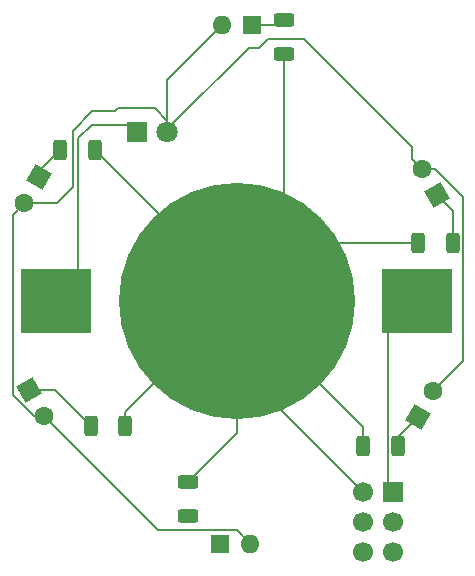
<source format=gbr>
%TF.GenerationSoftware,KiCad,Pcbnew,9.0.4*%
%TF.CreationDate,2025-10-13T15:08:01-05:00*%
%TF.ProjectId,tplane2025,74706c61-6e65-4323-9032-352e6b696361,rev?*%
%TF.SameCoordinates,Original*%
%TF.FileFunction,Copper,L2,Bot*%
%TF.FilePolarity,Positive*%
%FSLAX46Y46*%
G04 Gerber Fmt 4.6, Leading zero omitted, Abs format (unit mm)*
G04 Created by KiCad (PCBNEW 9.0.4) date 2025-10-13 15:08:01*
%MOMM*%
%LPD*%
G01*
G04 APERTURE LIST*
G04 Aperture macros list*
%AMRoundRect*
0 Rectangle with rounded corners*
0 $1 Rounding radius*
0 $2 $3 $4 $5 $6 $7 $8 $9 X,Y pos of 4 corners*
0 Add a 4 corners polygon primitive as box body*
4,1,4,$2,$3,$4,$5,$6,$7,$8,$9,$2,$3,0*
0 Add four circle primitives for the rounded corners*
1,1,$1+$1,$2,$3*
1,1,$1+$1,$4,$5*
1,1,$1+$1,$6,$7*
1,1,$1+$1,$8,$9*
0 Add four rect primitives between the rounded corners*
20,1,$1+$1,$2,$3,$4,$5,0*
20,1,$1+$1,$4,$5,$6,$7,0*
20,1,$1+$1,$6,$7,$8,$9,0*
20,1,$1+$1,$8,$9,$2,$3,0*%
%AMHorizOval*
0 Thick line with rounded ends*
0 $1 width*
0 $2 $3 position (X,Y) of the first rounded end (center of the circle)*
0 $4 $5 position (X,Y) of the second rounded end (center of the circle)*
0 Add line between two ends*
20,1,$1,$2,$3,$4,$5,0*
0 Add two circle primitives to create the rounded ends*
1,1,$1,$2,$3*
1,1,$1,$4,$5*%
%AMRotRect*
0 Rectangle, with rotation*
0 The origin of the aperture is its center*
0 $1 length*
0 $2 width*
0 $3 Rotation angle, in degrees counterclockwise*
0 Add horizontal line*
21,1,$1,$2,0,0,$3*%
G04 Aperture macros list end*
%TA.AperFunction,SMDPad,CuDef*%
%ADD10R,6.000000X5.500000*%
%TD*%
%TA.AperFunction,SMDPad,CuDef*%
%ADD11C,20.000000*%
%TD*%
%TA.AperFunction,SMDPad,CuDef*%
%ADD12RoundRect,0.250000X0.312500X0.625000X-0.312500X0.625000X-0.312500X-0.625000X0.312500X-0.625000X0*%
%TD*%
%TA.AperFunction,ComponentPad*%
%ADD13R,1.800000X1.800000*%
%TD*%
%TA.AperFunction,ComponentPad*%
%ADD14C,1.800000*%
%TD*%
%TA.AperFunction,ComponentPad*%
%ADD15RotRect,1.600000X1.600000X300.000000*%
%TD*%
%TA.AperFunction,ComponentPad*%
%ADD16HorizOval,1.600000X0.000000X0.000000X0.000000X0.000000X0*%
%TD*%
%TA.AperFunction,ComponentPad*%
%ADD17RotRect,1.600000X1.600000X120.000000*%
%TD*%
%TA.AperFunction,ComponentPad*%
%ADD18HorizOval,1.600000X0.000000X0.000000X0.000000X0.000000X0*%
%TD*%
%TA.AperFunction,ComponentPad*%
%ADD19R,1.600000X1.600000*%
%TD*%
%TA.AperFunction,ComponentPad*%
%ADD20O,1.600000X1.600000*%
%TD*%
%TA.AperFunction,SMDPad,CuDef*%
%ADD21RoundRect,0.250000X-0.312500X-0.625000X0.312500X-0.625000X0.312500X0.625000X-0.312500X0.625000X0*%
%TD*%
%TA.AperFunction,ComponentPad*%
%ADD22R,1.700000X1.700000*%
%TD*%
%TA.AperFunction,ComponentPad*%
%ADD23C,1.700000*%
%TD*%
%TA.AperFunction,SMDPad,CuDef*%
%ADD24RoundRect,0.250000X-0.625000X0.312500X-0.625000X-0.312500X0.625000X-0.312500X0.625000X0.312500X0*%
%TD*%
%TA.AperFunction,ComponentPad*%
%ADD25RotRect,1.600000X1.600000X60.000000*%
%TD*%
%TA.AperFunction,ComponentPad*%
%ADD26HorizOval,1.600000X0.000000X0.000000X0.000000X0.000000X0*%
%TD*%
%TA.AperFunction,ComponentPad*%
%ADD27RotRect,1.600000X1.600000X240.000000*%
%TD*%
%TA.AperFunction,ComponentPad*%
%ADD28HorizOval,1.600000X0.000000X0.000000X0.000000X0.000000X0*%
%TD*%
%TA.AperFunction,SMDPad,CuDef*%
%ADD29RoundRect,0.250000X0.625000X-0.312500X0.625000X0.312500X-0.625000X0.312500X-0.625000X-0.312500X0*%
%TD*%
%TA.AperFunction,Conductor*%
%ADD30C,0.200000*%
%TD*%
G04 APERTURE END LIST*
D10*
%TO.P,BT1,1,+*%
%TO.N,/Battery_VIN*%
X162790000Y-79420000D03*
X132190000Y-79420000D03*
D11*
%TO.P,BT1,2,-*%
%TO.N,GND*%
X147490000Y-79420000D03*
%TD*%
D12*
%TO.P,R18,1*%
%TO.N,GND*%
X138072500Y-90060000D03*
%TO.P,R18,2*%
%TO.N,Net-(D6-K)*%
X135147500Y-90060000D03*
%TD*%
D13*
%TO.P,SW1,1,1*%
%TO.N,/Battery_VIN*%
X139070000Y-65160000D03*
D14*
%TO.P,SW1,2,2*%
%TO.N,/tilt_anode*%
X141610000Y-65160000D03*
%TD*%
D15*
%TO.P,D6,1,K*%
%TO.N,Net-(D6-K)*%
X129900000Y-87020295D03*
D16*
%TO.P,D6,2,A*%
%TO.N,/tilt_anode*%
X131170000Y-89220000D03*
%TD*%
D12*
%TO.P,R5,1*%
%TO.N,GND*%
X135450000Y-66670000D03*
%TO.P,R5,2*%
%TO.N,Net-(D5-K)*%
X132525000Y-66670000D03*
%TD*%
D17*
%TO.P,D3,1,K*%
%TO.N,Net-(D3-K)*%
X164411522Y-70460032D03*
D18*
%TO.P,D3,2,A*%
%TO.N,/tilt_anode*%
X163141522Y-68260327D03*
%TD*%
D19*
%TO.P,D1,1,K*%
%TO.N,Net-(D1-K)*%
X146110000Y-100020000D03*
D20*
%TO.P,D1,2,A*%
%TO.N,/tilt_anode*%
X148650000Y-100020000D03*
%TD*%
D21*
%TO.P,R3,1*%
%TO.N,GND*%
X158200000Y-91750000D03*
%TO.P,R3,2*%
%TO.N,Net-(D2-K)*%
X161125000Y-91750000D03*
%TD*%
%TO.P,R1,1*%
%TO.N,GND*%
X162850000Y-74570000D03*
%TO.P,R1,2*%
%TO.N,Net-(D3-K)*%
X165775000Y-74570000D03*
%TD*%
D22*
%TO.P,J3,1,Pin_1*%
%TO.N,/Battery_VIN*%
X160710000Y-95650000D03*
D23*
%TO.P,J3,2,Pin_2*%
%TO.N,GND*%
X158170000Y-95650000D03*
%TO.P,J3,3,Pin_3*%
%TO.N,unconnected-(J3-Pin_3-Pad3)*%
X160710000Y-98190000D03*
%TO.P,J3,4,Pin_4*%
%TO.N,/SCL{slash}SCK*%
X158170000Y-98190000D03*
%TO.P,J3,5,Pin_5*%
%TO.N,/CS{slash}MISO*%
X160710000Y-100730000D03*
%TO.P,J3,6,Pin_6*%
%TO.N,/UPDI*%
X158170000Y-100730000D03*
%TD*%
D19*
%TO.P,D4,1,K*%
%TO.N,Net-(D4-K)*%
X148760000Y-56105000D03*
D20*
%TO.P,D4,2,A*%
%TO.N,/tilt_anode*%
X146220000Y-56105000D03*
%TD*%
D24*
%TO.P,R2,1*%
%TO.N,GND*%
X143360000Y-94760000D03*
%TO.P,R2,2*%
%TO.N,Net-(D1-K)*%
X143360000Y-97685000D03*
%TD*%
D25*
%TO.P,D2,1,K*%
%TO.N,Net-(D2-K)*%
X162851522Y-89245032D03*
D26*
%TO.P,D2,2,A*%
%TO.N,/tilt_anode*%
X164121522Y-87045327D03*
%TD*%
D27*
%TO.P,D5,1,K*%
%TO.N,Net-(D5-K)*%
X130758479Y-68954969D03*
D28*
%TO.P,D5,2,A*%
%TO.N,/tilt_anode*%
X129488479Y-71154674D03*
%TD*%
D29*
%TO.P,R4,1*%
%TO.N,GND*%
X151460000Y-58570000D03*
%TO.P,R4,2*%
%TO.N,Net-(D4-K)*%
X151460000Y-55645000D03*
%TD*%
D30*
%TO.N,GND*%
X158170000Y-95650000D02*
X147490000Y-84970000D01*
X147490000Y-84970000D02*
X147490000Y-79420000D01*
X143360000Y-94760000D02*
X147490000Y-90630000D01*
X152340000Y-74570000D02*
X147490000Y-79420000D01*
X158200000Y-90130000D02*
X147490000Y-79420000D01*
X138072500Y-88837500D02*
X147490000Y-79420000D01*
X162850000Y-74570000D02*
X152340000Y-74570000D01*
X147490000Y-78710000D02*
X147490000Y-79420000D01*
X147490000Y-90630000D02*
X147490000Y-79420000D01*
X135450000Y-66670000D02*
X147490000Y-78710000D01*
X151460000Y-75450000D02*
X147490000Y-79420000D01*
X138072500Y-90060000D02*
X138072500Y-88837500D01*
X151460000Y-58570000D02*
X151460000Y-75450000D01*
X158200000Y-91750000D02*
X158200000Y-90130000D01*
%TO.N,/tilt_anode*%
X141610000Y-64180000D02*
X141610000Y-65160000D01*
X131170000Y-89220000D02*
X130288385Y-89220000D01*
X128506180Y-72136973D02*
X129488479Y-71154674D01*
X162341523Y-66411523D02*
X162341523Y-67460328D01*
X130288385Y-89220000D02*
X128506180Y-87437795D01*
X133620000Y-69770000D02*
X133620000Y-65024315D01*
X137410000Y-63150000D02*
X140580000Y-63150000D01*
X140580000Y-63150000D02*
X141610000Y-64180000D01*
X129488479Y-71154674D02*
X132235326Y-71154674D01*
X141610000Y-65160000D02*
X141610000Y-60715000D01*
X142050000Y-64510000D02*
X148537660Y-58022340D01*
X132235326Y-71154674D02*
X133620000Y-69770000D01*
X137193685Y-63410000D02*
X137390000Y-63213685D01*
X147510000Y-98880000D02*
X140830000Y-98880000D01*
X148650000Y-100020000D02*
X147510000Y-98880000D01*
X166638500Y-70625935D02*
X166638500Y-84528349D01*
X162341523Y-67460328D02*
X163141522Y-68260327D01*
X128506180Y-87437795D02*
X128506180Y-72136973D01*
X133620000Y-65024315D02*
X135234315Y-63410000D01*
X150160000Y-57240000D02*
X153170000Y-57240000D01*
X141610000Y-60715000D02*
X146220000Y-56105000D01*
X140830000Y-98880000D02*
X131170000Y-89220000D01*
X141610000Y-65160000D02*
X142050000Y-64720000D01*
X149377660Y-58022340D02*
X150160000Y-57240000D01*
X153170000Y-57240000D02*
X162341523Y-66411523D01*
X164272892Y-68260327D02*
X166638500Y-70625935D01*
X142050000Y-64720000D02*
X142050000Y-64510000D01*
X135234315Y-63410000D02*
X137193685Y-63410000D01*
X166638500Y-84528349D02*
X164121522Y-87045327D01*
X163141522Y-68260327D02*
X164272892Y-68260327D01*
X137390000Y-63170000D02*
X137410000Y-63150000D01*
X137390000Y-63213685D02*
X137390000Y-63170000D01*
X148537660Y-58022340D02*
X149377660Y-58022340D01*
%TO.N,Net-(D2-K)*%
X162851522Y-89245032D02*
X161125000Y-90971554D01*
X161125000Y-90971554D02*
X161125000Y-91750000D01*
%TO.N,Net-(D3-K)*%
X165775000Y-71823510D02*
X165775000Y-74570000D01*
X164411522Y-70460032D02*
X165775000Y-71823510D01*
%TO.N,Net-(D4-K)*%
X151000000Y-56105000D02*
X151460000Y-55645000D01*
X148760000Y-56105000D02*
X151000000Y-56105000D01*
%TO.N,Net-(D5-K)*%
X132525000Y-66670000D02*
X130758479Y-68436521D01*
X130758479Y-68436521D02*
X130758479Y-68954969D01*
%TO.N,Net-(D6-K)*%
X132107795Y-87020295D02*
X135147500Y-90060000D01*
X129900000Y-87020295D02*
X132107795Y-87020295D01*
%TO.N,/Battery_VIN*%
X160261500Y-95201500D02*
X160710000Y-95650000D01*
X134050000Y-77560000D02*
X132190000Y-79420000D01*
X134050000Y-65700000D02*
X134050000Y-77560000D01*
X160261500Y-81948500D02*
X160261500Y-95201500D01*
X162790000Y-79420000D02*
X160261500Y-81948500D01*
X138430000Y-64520000D02*
X135230000Y-64520000D01*
X135230000Y-64520000D02*
X134050000Y-65700000D01*
X139070000Y-65160000D02*
X138430000Y-64520000D01*
%TD*%
M02*

</source>
